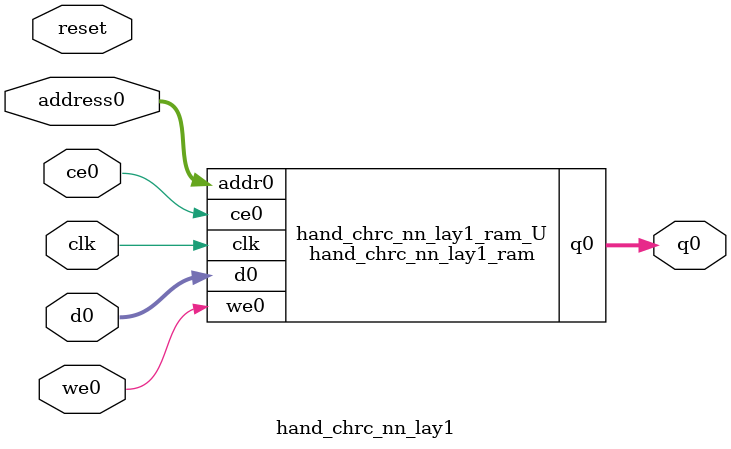
<source format=v>
`timescale 1 ns / 1 ps
module hand_chrc_nn_lay1_ram (addr0, ce0, d0, we0, q0,  clk);

parameter DWIDTH = 32;
parameter AWIDTH = 17;
parameter MEM_SIZE = 78400;

input[AWIDTH-1:0] addr0;
input ce0;
input[DWIDTH-1:0] d0;
input we0;
output reg[DWIDTH-1:0] q0;
input clk;

(* ram_style = "block" *)reg [DWIDTH-1:0] ram[0:MEM_SIZE-1];




always @(posedge clk)  
begin 
    if (ce0) 
    begin
        if (we0) 
        begin 
            ram[addr0] <= d0; 
        end 
        q0 <= ram[addr0];
    end
end


endmodule

`timescale 1 ns / 1 ps
module hand_chrc_nn_lay1(
    reset,
    clk,
    address0,
    ce0,
    we0,
    d0,
    q0);

parameter DataWidth = 32'd32;
parameter AddressRange = 32'd78400;
parameter AddressWidth = 32'd17;
input reset;
input clk;
input[AddressWidth - 1:0] address0;
input ce0;
input we0;
input[DataWidth - 1:0] d0;
output[DataWidth - 1:0] q0;



hand_chrc_nn_lay1_ram hand_chrc_nn_lay1_ram_U(
    .clk( clk ),
    .addr0( address0 ),
    .ce0( ce0 ),
    .we0( we0 ),
    .d0( d0 ),
    .q0( q0 ));

endmodule


</source>
